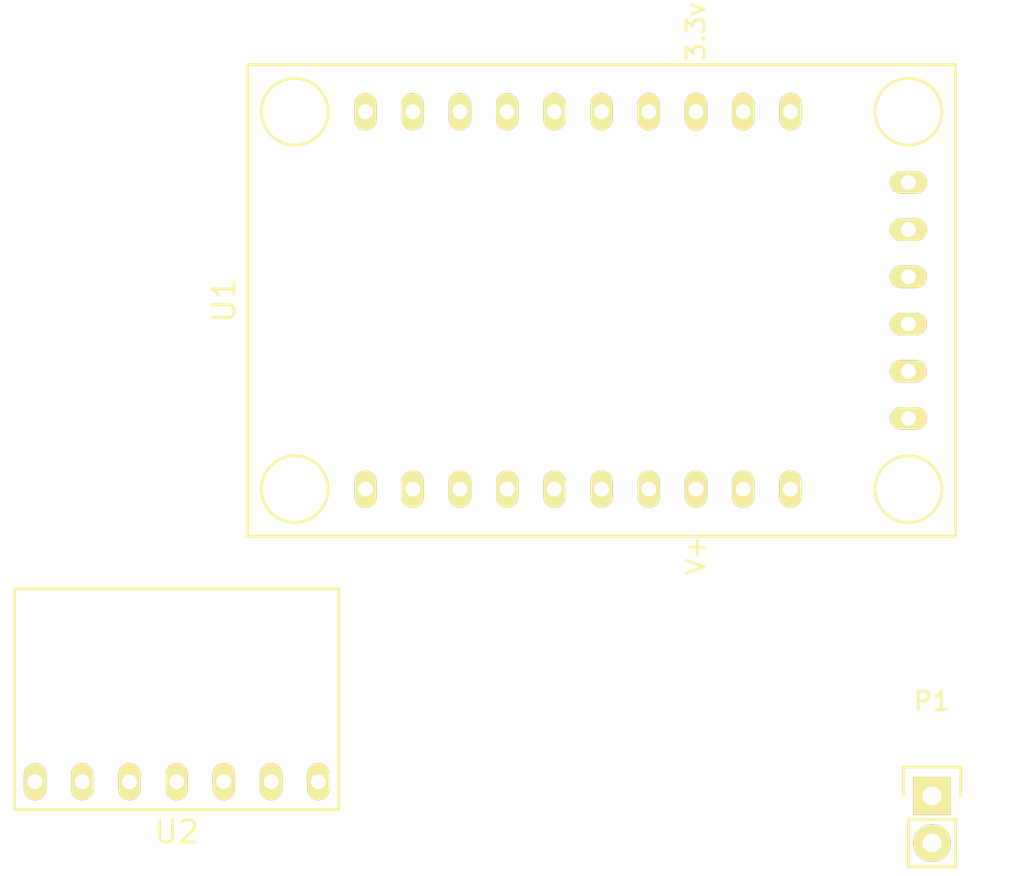
<source format=kicad_pcb>
(kicad_pcb (version 4) (host pcbnew 4.0.2+dfsg1-stable)

  (general
    (links 7)
    (no_connects 7)
    (area 0 0 0 0)
    (thickness 1.6)
    (drawings 0)
    (tracks 0)
    (zones 0)
    (modules 3)
    (nets 23)
  )

  (page A4)
  (layers
    (0 F.Cu signal)
    (31 B.Cu signal)
    (32 B.Adhes user)
    (33 F.Adhes user)
    (34 B.Paste user)
    (35 F.Paste user)
    (36 B.SilkS user)
    (37 F.SilkS user)
    (38 B.Mask user)
    (39 F.Mask user)
    (40 Dwgs.User user)
    (41 Cmts.User user)
    (42 Eco1.User user)
    (43 Eco2.User user)
    (44 Edge.Cuts user)
    (45 Margin user)
    (46 B.CrtYd user)
    (47 F.CrtYd user)
    (48 B.Fab user)
    (49 F.Fab user)
  )

  (setup
    (last_trace_width 0.25)
    (trace_clearance 0.2)
    (zone_clearance 0.508)
    (zone_45_only no)
    (trace_min 0.2)
    (segment_width 0.2)
    (edge_width 0.15)
    (via_size 0.6)
    (via_drill 0.4)
    (via_min_size 0.4)
    (via_min_drill 0.3)
    (uvia_size 0.3)
    (uvia_drill 0.1)
    (uvias_allowed no)
    (uvia_min_size 0.2)
    (uvia_min_drill 0.1)
    (pcb_text_width 0.3)
    (pcb_text_size 1.5 1.5)
    (mod_edge_width 0.15)
    (mod_text_size 1 1)
    (mod_text_width 0.15)
    (pad_size 1.524 1.524)
    (pad_drill 0.762)
    (pad_to_mask_clearance 0.2)
    (aux_axis_origin 0 0)
    (visible_elements FFFFFF7F)
    (pcbplotparams
      (layerselection 0x00030_80000001)
      (usegerberextensions false)
      (excludeedgelayer true)
      (linewidth 0.100000)
      (plotframeref false)
      (viasonmask false)
      (mode 1)
      (useauxorigin false)
      (hpglpennumber 1)
      (hpglpenspeed 20)
      (hpglpendiameter 15)
      (hpglpenoverlay 2)
      (psnegative false)
      (psa4output false)
      (plotreference true)
      (plotvalue true)
      (plotinvisibletext false)
      (padsonsilk false)
      (subtractmaskfromsilk false)
      (outputformat 1)
      (mirror false)
      (drillshape 1)
      (scaleselection 1)
      (outputdirectory ""))
  )

  (net 0 "")
  (net 1 5V)
  (net 2 GND)
  (net 3 "Net-(U1-Pad20)")
  (net 4 "Net-(U1-Pad1)")
  (net 5 "Net-(U1-Pad19)")
  (net 6 "Net-(U1-Pad2)")
  (net 7 SCL)
  (net 8 "Net-(U1-Pad3)")
  (net 9 SDA)
  (net 10 "Net-(U1-Pad4)")
  (net 11 "Net-(U1-Pad16)")
  (net 12 "Net-(U1-Pad5)")
  (net 13 "Net-(U1-Pad15)")
  (net 14 "Net-(U1-Pad6)")
  (net 15 "Net-(U1-Pad14)")
  (net 16 "Net-(U1-Pad7)")
  (net 17 3.3V)
  (net 18 "Net-(U1-Pad12)")
  (net 19 "Net-(U1-Pad9)")
  (net 20 "Net-(U2-Pad5)")
  (net 21 "Net-(U2-Pad6)")
  (net 22 "Net-(U2-Pad7)")

  (net_class Default "This is the default net class."
    (clearance 0.2)
    (trace_width 0.25)
    (via_dia 0.6)
    (via_drill 0.4)
    (uvia_dia 0.3)
    (uvia_drill 0.1)
    (add_net 3.3V)
    (add_net 5V)
    (add_net GND)
    (add_net "Net-(U1-Pad1)")
    (add_net "Net-(U1-Pad12)")
    (add_net "Net-(U1-Pad14)")
    (add_net "Net-(U1-Pad15)")
    (add_net "Net-(U1-Pad16)")
    (add_net "Net-(U1-Pad19)")
    (add_net "Net-(U1-Pad2)")
    (add_net "Net-(U1-Pad20)")
    (add_net "Net-(U1-Pad3)")
    (add_net "Net-(U1-Pad4)")
    (add_net "Net-(U1-Pad5)")
    (add_net "Net-(U1-Pad6)")
    (add_net "Net-(U1-Pad7)")
    (add_net "Net-(U1-Pad9)")
    (add_net "Net-(U2-Pad5)")
    (add_net "Net-(U2-Pad6)")
    (add_net "Net-(U2-Pad7)")
    (add_net SCL)
    (add_net SDA)
  )

  (module Pin_Headers:Pin_Header_Straight_1x02 (layer F.Cu) (tedit 54EA090C) (tstamp 59948A62)
    (at 165.1 109.728)
    (descr "Through hole pin header")
    (tags "pin header")
    (path /59948385)
    (fp_text reference P1 (at 0 -5.1) (layer F.SilkS)
      (effects (font (size 1 1) (thickness 0.15)))
    )
    (fp_text value CONN_01X02 (at 0 -3.1) (layer F.Fab)
      (effects (font (size 1 1) (thickness 0.15)))
    )
    (fp_line (start 1.27 1.27) (end 1.27 3.81) (layer F.SilkS) (width 0.15))
    (fp_line (start 1.55 -1.55) (end 1.55 0) (layer F.SilkS) (width 0.15))
    (fp_line (start -1.75 -1.75) (end -1.75 4.3) (layer F.CrtYd) (width 0.05))
    (fp_line (start 1.75 -1.75) (end 1.75 4.3) (layer F.CrtYd) (width 0.05))
    (fp_line (start -1.75 -1.75) (end 1.75 -1.75) (layer F.CrtYd) (width 0.05))
    (fp_line (start -1.75 4.3) (end 1.75 4.3) (layer F.CrtYd) (width 0.05))
    (fp_line (start 1.27 1.27) (end -1.27 1.27) (layer F.SilkS) (width 0.15))
    (fp_line (start -1.55 0) (end -1.55 -1.55) (layer F.SilkS) (width 0.15))
    (fp_line (start -1.55 -1.55) (end 1.55 -1.55) (layer F.SilkS) (width 0.15))
    (fp_line (start -1.27 1.27) (end -1.27 3.81) (layer F.SilkS) (width 0.15))
    (fp_line (start -1.27 3.81) (end 1.27 3.81) (layer F.SilkS) (width 0.15))
    (pad 1 thru_hole rect (at 0 0) (size 2.032 2.032) (drill 1.016) (layers *.Cu *.Mask F.SilkS)
      (net 1 5V))
    (pad 2 thru_hole oval (at 0 2.54) (size 2.032 2.032) (drill 1.016) (layers *.Cu *.Mask F.SilkS)
      (net 2 GND))
    (model Pin_Headers.3dshapes/Pin_Header_Straight_1x02.wrl
      (at (xyz 0 -0.05 0))
      (scale (xyz 1 1 1))
      (rotate (xyz 0 0 90))
    )
  )

  (module esp_bug:Huzzah_ESP8266 (layer F.Cu) (tedit 58F562A3) (tstamp 59948A80)
    (at 134.62 93.218)
    (path /59947988)
    (fp_text reference U1 (at -7.62 -10.16 90) (layer F.SilkS)
      (effects (font (size 1.2 1.2) (thickness 0.15)))
    )
    (fp_text value HUZZAH_ESP8266 (at -5.08 -10.16 90) (layer F.Fab)
      (effects (font (size 1.2 1.2) (thickness 0.15)))
    )
    (fp_text user V+ (at 17.78 3.556 90) (layer F.SilkS)
      (effects (font (size 1 1) (thickness 0.15)))
    )
    (fp_text user 3.3v (at 17.78 -24.638 90) (layer F.SilkS)
      (effects (font (size 1 1) (thickness 0.15)))
    )
    (fp_circle (center 29.21 0) (end 30.48 1.27) (layer F.SilkS) (width 0.15))
    (fp_circle (center 29.21 -20.32) (end 30.48 -21.59) (layer F.SilkS) (width 0.15))
    (fp_circle (center -3.81 0) (end -5.08 1.27) (layer F.SilkS) (width 0.15))
    (fp_circle (center -3.81 -20.32) (end -5.08 -21.59) (layer F.SilkS) (width 0.15))
    (fp_line (start -6.35 -22.86) (end -6.35 2.54) (layer F.SilkS) (width 0.15))
    (fp_line (start -6.35 2.54) (end 31.75 2.54) (layer F.SilkS) (width 0.15))
    (fp_line (start 31.75 2.54) (end 31.75 -22.86) (layer F.SilkS) (width 0.15))
    (fp_line (start 31.75 -22.86) (end -6.35 -22.86) (layer F.SilkS) (width 0.15))
    (pad 21 thru_hole oval (at 29.21 -3.81) (size 2 1.2) (drill 0.8) (layers *.Cu *.Mask F.SilkS))
    (pad 22 thru_hole oval (at 29.21 -6.35) (size 2 1.2) (drill 0.8) (layers *.Cu *.Mask F.SilkS))
    (pad 23 thru_hole oval (at 29.21 -8.89) (size 2 1.2) (drill 0.8) (layers *.Cu *.Mask F.SilkS))
    (pad 24 thru_hole oval (at 29.21 -11.43) (size 2 1.2) (drill 0.8) (layers *.Cu *.Mask F.SilkS))
    (pad 25 thru_hole oval (at 29.21 -13.97) (size 2 1.2) (drill 0.8) (layers *.Cu *.Mask F.SilkS))
    (pad 26 thru_hole oval (at 29.21 -16.51) (size 2 1.2) (drill 0.8) (layers *.Cu *.Mask F.SilkS))
    (pad 20 thru_hole oval (at 0 -20.32) (size 1.2 2) (drill 0.8) (layers *.Cu *.Mask F.SilkS)
      (net 3 "Net-(U1-Pad20)"))
    (pad 1 thru_hole oval (at 0 0) (size 1.2 2) (drill 0.8) (layers *.Cu *.Mask F.SilkS)
      (net 4 "Net-(U1-Pad1)"))
    (pad 19 thru_hole oval (at 2.54 -20.32) (size 1.2 2) (drill 0.8) (layers *.Cu *.Mask F.SilkS)
      (net 5 "Net-(U1-Pad19)"))
    (pad 2 thru_hole oval (at 2.54 0) (size 1.2 2) (drill 0.8) (layers *.Cu *.Mask F.SilkS)
      (net 6 "Net-(U1-Pad2)"))
    (pad 18 thru_hole oval (at 5.08 -20.32) (size 1.2 2) (drill 0.8) (layers *.Cu *.Mask F.SilkS)
      (net 7 SCL))
    (pad 3 thru_hole oval (at 5.08 0) (size 1.2 2) (drill 0.8) (layers *.Cu *.Mask F.SilkS)
      (net 8 "Net-(U1-Pad3)"))
    (pad 17 thru_hole oval (at 7.62 -20.32) (size 1.2 2) (drill 0.8) (layers *.Cu *.Mask F.SilkS)
      (net 9 SDA))
    (pad 4 thru_hole oval (at 7.62 0) (size 1.2 2) (drill 0.8) (layers *.Cu *.Mask F.SilkS)
      (net 10 "Net-(U1-Pad4)"))
    (pad 16 thru_hole oval (at 10.16 -20.32) (size 1.2 2) (drill 0.8) (layers *.Cu *.Mask F.SilkS)
      (net 11 "Net-(U1-Pad16)"))
    (pad 5 thru_hole oval (at 10.16 0) (size 1.2 2) (drill 0.8) (layers *.Cu *.Mask F.SilkS)
      (net 12 "Net-(U1-Pad5)"))
    (pad 15 thru_hole oval (at 12.7 -20.32) (size 1.2 2) (drill 0.8) (layers *.Cu *.Mask F.SilkS)
      (net 13 "Net-(U1-Pad15)"))
    (pad 6 thru_hole oval (at 12.7 0) (size 1.2 2) (drill 0.8) (layers *.Cu *.Mask F.SilkS)
      (net 14 "Net-(U1-Pad6)"))
    (pad 14 thru_hole oval (at 15.24 -20.32) (size 1.2 2) (drill 0.8) (layers *.Cu *.Mask F.SilkS)
      (net 15 "Net-(U1-Pad14)"))
    (pad 7 thru_hole oval (at 15.24 0) (size 1.2 2) (drill 0.8) (layers *.Cu *.Mask F.SilkS)
      (net 16 "Net-(U1-Pad7)"))
    (pad 13 thru_hole oval (at 17.78 -20.32) (size 1.2 2) (drill 0.8) (layers *.Cu *.Mask F.SilkS)
      (net 17 3.3V))
    (pad 8 thru_hole oval (at 17.78 0) (size 1.2 2) (drill 0.8) (layers *.Cu *.Mask F.SilkS)
      (net 1 5V))
    (pad 12 thru_hole oval (at 20.32 -20.32) (size 1.2 2) (drill 0.8) (layers *.Cu *.Mask F.SilkS)
      (net 18 "Net-(U1-Pad12)"))
    (pad 9 thru_hole oval (at 20.32 0) (size 1.2 2) (drill 0.8) (layers *.Cu *.Mask F.SilkS)
      (net 19 "Net-(U1-Pad9)"))
    (pad 11 thru_hole oval (at 22.86 -20.32) (size 1.2 2) (drill 0.8) (layers *.Cu *.Mask F.SilkS)
      (net 2 GND))
    (pad 10 thru_hole oval (at 22.86 0) (size 1.2 2) (drill 0.8) (layers *.Cu *.Mask F.SilkS)
      (net 2 GND))
  )

  (module esp_bug:SHT31-D (layer F.Cu) (tedit 599489D8) (tstamp 59948A8F)
    (at 124.46 108.966)
    (path /59948300)
    (fp_text reference U2 (at 0 2.7) (layer F.SilkS)
      (effects (font (size 1.2 1.2) (thickness 0.15)))
    )
    (fp_text value SHT31-DIS_Breakout (at 0 -2.7) (layer F.Fab)
      (effects (font (size 1.2 1.2) (thickness 0.15)))
    )
    (fp_line (start -8.72 -10.39) (end 8.72 -10.39) (layer F.SilkS) (width 0.15))
    (fp_line (start 8.72 -10.39) (end 8.72 1.5) (layer F.SilkS) (width 0.15))
    (fp_line (start 8.72 1.5) (end -8.72 1.5) (layer F.SilkS) (width 0.15))
    (fp_line (start -8.72 1.5) (end -8.72 -10.39) (layer F.SilkS) (width 0.15))
    (pad 1 thru_hole oval (at -7.62 0) (size 1.2 2) (drill 0.8) (layers *.Cu *.Mask F.SilkS)
      (net 17 3.3V))
    (pad 2 thru_hole oval (at -5.08 0) (size 1.2 2) (drill 0.8) (layers *.Cu *.Mask F.SilkS)
      (net 2 GND))
    (pad 3 thru_hole oval (at -2.54 0) (size 1.2 2) (drill 0.8) (layers *.Cu *.Mask F.SilkS)
      (net 7 SCL))
    (pad 4 thru_hole oval (at 0 0) (size 1.2 2) (drill 0.8) (layers *.Cu *.Mask F.SilkS)
      (net 9 SDA))
    (pad 5 thru_hole oval (at 2.54 0) (size 1.2 2) (drill 0.8) (layers *.Cu *.Mask F.SilkS)
      (net 20 "Net-(U2-Pad5)"))
    (pad 6 thru_hole oval (at 5.08 0) (size 1.2 2) (drill 0.8) (layers *.Cu *.Mask F.SilkS)
      (net 21 "Net-(U2-Pad6)"))
    (pad 7 thru_hole oval (at 7.62 0) (size 1.2 2) (drill 0.8) (layers *.Cu *.Mask F.SilkS)
      (net 22 "Net-(U2-Pad7)"))
  )

)

</source>
